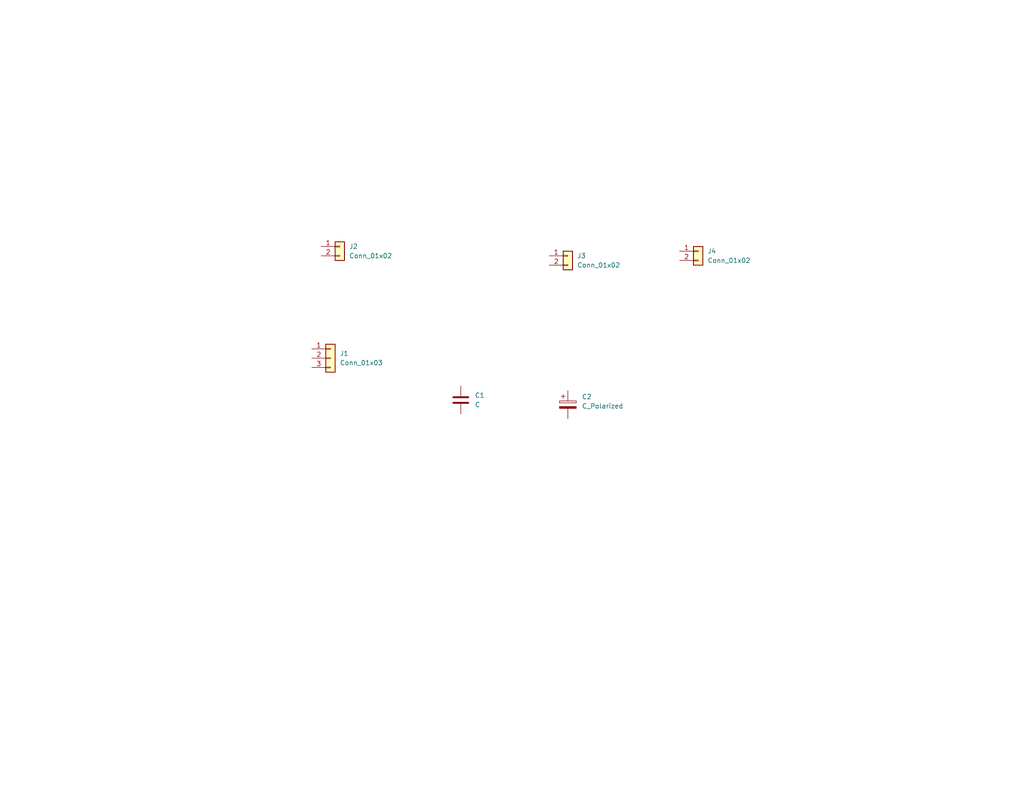
<source format=kicad_sch>
(kicad_sch
	(version 20231120)
	(generator "eeschema")
	(generator_version "8.0")
	(uuid "1e1b062d-fad0-427c-a622-c5b8a80b5268")
	(paper "USLetter")
	(title_block
		(title "Horns Board")
		(date "2022-08-16")
		(rev "0.0")
		(company "Illini Solar Car")
		(comment 1 "Designed By: Michael Turrubiartes")
	)
	(lib_symbols
		(symbol "Connector_Generic:Conn_01x02"
			(pin_names
				(offset 1.016) hide)
			(exclude_from_sim no)
			(in_bom yes)
			(on_board yes)
			(property "Reference" "J"
				(at 0 2.54 0)
				(effects
					(font
						(size 1.27 1.27)
					)
				)
			)
			(property "Value" "Conn_01x02"
				(at 0 -5.08 0)
				(effects
					(font
						(size 1.27 1.27)
					)
				)
			)
			(property "Footprint" ""
				(at 0 0 0)
				(effects
					(font
						(size 1.27 1.27)
					)
					(hide yes)
				)
			)
			(property "Datasheet" "~"
				(at 0 0 0)
				(effects
					(font
						(size 1.27 1.27)
					)
					(hide yes)
				)
			)
			(property "Description" "Generic connector, single row, 01x02, script generated (kicad-library-utils/schlib/autogen/connector/)"
				(at 0 0 0)
				(effects
					(font
						(size 1.27 1.27)
					)
					(hide yes)
				)
			)
			(property "ki_keywords" "connector"
				(at 0 0 0)
				(effects
					(font
						(size 1.27 1.27)
					)
					(hide yes)
				)
			)
			(property "ki_fp_filters" "Connector*:*_1x??_*"
				(at 0 0 0)
				(effects
					(font
						(size 1.27 1.27)
					)
					(hide yes)
				)
			)
			(symbol "Conn_01x02_1_1"
				(rectangle
					(start -1.27 -2.413)
					(end 0 -2.667)
					(stroke
						(width 0.1524)
						(type default)
					)
					(fill
						(type none)
					)
				)
				(rectangle
					(start -1.27 0.127)
					(end 0 -0.127)
					(stroke
						(width 0.1524)
						(type default)
					)
					(fill
						(type none)
					)
				)
				(rectangle
					(start -1.27 1.27)
					(end 1.27 -3.81)
					(stroke
						(width 0.254)
						(type default)
					)
					(fill
						(type background)
					)
				)
				(pin passive line
					(at -5.08 0 0)
					(length 3.81)
					(name "Pin_1"
						(effects
							(font
								(size 1.27 1.27)
							)
						)
					)
					(number "1"
						(effects
							(font
								(size 1.27 1.27)
							)
						)
					)
				)
				(pin passive line
					(at -5.08 -2.54 0)
					(length 3.81)
					(name "Pin_2"
						(effects
							(font
								(size 1.27 1.27)
							)
						)
					)
					(number "2"
						(effects
							(font
								(size 1.27 1.27)
							)
						)
					)
				)
			)
		)
		(symbol "Connector_Generic:Conn_01x03"
			(pin_names
				(offset 1.016) hide)
			(exclude_from_sim no)
			(in_bom yes)
			(on_board yes)
			(property "Reference" "J"
				(at 0 5.08 0)
				(effects
					(font
						(size 1.27 1.27)
					)
				)
			)
			(property "Value" "Conn_01x03"
				(at 0 -5.08 0)
				(effects
					(font
						(size 1.27 1.27)
					)
				)
			)
			(property "Footprint" ""
				(at 0 0 0)
				(effects
					(font
						(size 1.27 1.27)
					)
					(hide yes)
				)
			)
			(property "Datasheet" "~"
				(at 0 0 0)
				(effects
					(font
						(size 1.27 1.27)
					)
					(hide yes)
				)
			)
			(property "Description" "Generic connector, single row, 01x03, script generated (kicad-library-utils/schlib/autogen/connector/)"
				(at 0 0 0)
				(effects
					(font
						(size 1.27 1.27)
					)
					(hide yes)
				)
			)
			(property "ki_keywords" "connector"
				(at 0 0 0)
				(effects
					(font
						(size 1.27 1.27)
					)
					(hide yes)
				)
			)
			(property "ki_fp_filters" "Connector*:*_1x??_*"
				(at 0 0 0)
				(effects
					(font
						(size 1.27 1.27)
					)
					(hide yes)
				)
			)
			(symbol "Conn_01x03_1_1"
				(rectangle
					(start -1.27 -2.413)
					(end 0 -2.667)
					(stroke
						(width 0.1524)
						(type default)
					)
					(fill
						(type none)
					)
				)
				(rectangle
					(start -1.27 0.127)
					(end 0 -0.127)
					(stroke
						(width 0.1524)
						(type default)
					)
					(fill
						(type none)
					)
				)
				(rectangle
					(start -1.27 2.667)
					(end 0 2.413)
					(stroke
						(width 0.1524)
						(type default)
					)
					(fill
						(type none)
					)
				)
				(rectangle
					(start -1.27 3.81)
					(end 1.27 -3.81)
					(stroke
						(width 0.254)
						(type default)
					)
					(fill
						(type background)
					)
				)
				(pin passive line
					(at -5.08 2.54 0)
					(length 3.81)
					(name "Pin_1"
						(effects
							(font
								(size 1.27 1.27)
							)
						)
					)
					(number "1"
						(effects
							(font
								(size 1.27 1.27)
							)
						)
					)
				)
				(pin passive line
					(at -5.08 0 0)
					(length 3.81)
					(name "Pin_2"
						(effects
							(font
								(size 1.27 1.27)
							)
						)
					)
					(number "2"
						(effects
							(font
								(size 1.27 1.27)
							)
						)
					)
				)
				(pin passive line
					(at -5.08 -2.54 0)
					(length 3.81)
					(name "Pin_3"
						(effects
							(font
								(size 1.27 1.27)
							)
						)
					)
					(number "3"
						(effects
							(font
								(size 1.27 1.27)
							)
						)
					)
				)
			)
		)
		(symbol "Device:C"
			(pin_numbers hide)
			(pin_names
				(offset 0.254)
			)
			(exclude_from_sim no)
			(in_bom yes)
			(on_board yes)
			(property "Reference" "C"
				(at 0.635 2.54 0)
				(effects
					(font
						(size 1.27 1.27)
					)
					(justify left)
				)
			)
			(property "Value" "C"
				(at 0.635 -2.54 0)
				(effects
					(font
						(size 1.27 1.27)
					)
					(justify left)
				)
			)
			(property "Footprint" ""
				(at 0.9652 -3.81 0)
				(effects
					(font
						(size 1.27 1.27)
					)
					(hide yes)
				)
			)
			(property "Datasheet" "~"
				(at 0 0 0)
				(effects
					(font
						(size 1.27 1.27)
					)
					(hide yes)
				)
			)
			(property "Description" "Unpolarized capacitor"
				(at 0 0 0)
				(effects
					(font
						(size 1.27 1.27)
					)
					(hide yes)
				)
			)
			(property "ki_keywords" "cap capacitor"
				(at 0 0 0)
				(effects
					(font
						(size 1.27 1.27)
					)
					(hide yes)
				)
			)
			(property "ki_fp_filters" "C_*"
				(at 0 0 0)
				(effects
					(font
						(size 1.27 1.27)
					)
					(hide yes)
				)
			)
			(symbol "C_0_1"
				(polyline
					(pts
						(xy -2.032 -0.762) (xy 2.032 -0.762)
					)
					(stroke
						(width 0.508)
						(type default)
					)
					(fill
						(type none)
					)
				)
				(polyline
					(pts
						(xy -2.032 0.762) (xy 2.032 0.762)
					)
					(stroke
						(width 0.508)
						(type default)
					)
					(fill
						(type none)
					)
				)
			)
			(symbol "C_1_1"
				(pin passive line
					(at 0 3.81 270)
					(length 2.794)
					(name "~"
						(effects
							(font
								(size 1.27 1.27)
							)
						)
					)
					(number "1"
						(effects
							(font
								(size 1.27 1.27)
							)
						)
					)
				)
				(pin passive line
					(at 0 -3.81 90)
					(length 2.794)
					(name "~"
						(effects
							(font
								(size 1.27 1.27)
							)
						)
					)
					(number "2"
						(effects
							(font
								(size 1.27 1.27)
							)
						)
					)
				)
			)
		)
		(symbol "device:C_Polarized"
			(pin_numbers hide)
			(pin_names
				(offset 0.254)
			)
			(exclude_from_sim no)
			(in_bom yes)
			(on_board yes)
			(property "Reference" "C"
				(at 0.635 2.54 0)
				(effects
					(font
						(size 1.27 1.27)
					)
					(justify left)
				)
			)
			(property "Value" "C_Polarized"
				(at 0.635 -2.54 0)
				(effects
					(font
						(size 1.27 1.27)
					)
					(justify left)
				)
			)
			(property "Footprint" ""
				(at 0.9652 -3.81 0)
				(effects
					(font
						(size 1.27 1.27)
					)
					(hide yes)
				)
			)
			(property "Datasheet" "~"
				(at 0 0 0)
				(effects
					(font
						(size 1.27 1.27)
					)
					(hide yes)
				)
			)
			(property "Description" "Polarized capacitor"
				(at 0 0 0)
				(effects
					(font
						(size 1.27 1.27)
					)
					(hide yes)
				)
			)
			(property "ki_keywords" "cap capacitor"
				(at 0 0 0)
				(effects
					(font
						(size 1.27 1.27)
					)
					(hide yes)
				)
			)
			(property "ki_fp_filters" "CP_*"
				(at 0 0 0)
				(effects
					(font
						(size 1.27 1.27)
					)
					(hide yes)
				)
			)
			(symbol "C_Polarized_0_1"
				(rectangle
					(start -2.286 0.508)
					(end 2.286 1.016)
					(stroke
						(width 0)
						(type default)
					)
					(fill
						(type none)
					)
				)
				(polyline
					(pts
						(xy -1.778 2.286) (xy -0.762 2.286)
					)
					(stroke
						(width 0)
						(type default)
					)
					(fill
						(type none)
					)
				)
				(polyline
					(pts
						(xy -1.27 2.794) (xy -1.27 1.778)
					)
					(stroke
						(width 0)
						(type default)
					)
					(fill
						(type none)
					)
				)
				(rectangle
					(start 2.286 -0.508)
					(end -2.286 -1.016)
					(stroke
						(width 0)
						(type default)
					)
					(fill
						(type outline)
					)
				)
			)
			(symbol "C_Polarized_1_1"
				(pin passive line
					(at 0 3.81 270)
					(length 2.794)
					(name "~"
						(effects
							(font
								(size 1.27 1.27)
							)
						)
					)
					(number "1"
						(effects
							(font
								(size 1.27 1.27)
							)
						)
					)
				)
				(pin passive line
					(at 0 -3.81 90)
					(length 2.794)
					(name "~"
						(effects
							(font
								(size 1.27 1.27)
							)
						)
					)
					(number "2"
						(effects
							(font
								(size 1.27 1.27)
							)
						)
					)
				)
			)
		)
	)
	(symbol
		(lib_id "device:C_Polarized")
		(at 154.94 110.49 0)
		(unit 1)
		(exclude_from_sim no)
		(in_bom yes)
		(on_board yes)
		(dnp no)
		(fields_autoplaced yes)
		(uuid "0ec144cc-69b0-4bc2-9666-f1722061cefb")
		(property "Reference" "C2"
			(at 158.75 108.3309 0)
			(effects
				(font
					(size 1.27 1.27)
				)
				(justify left)
			)
		)
		(property "Value" "C_Polarized"
			(at 158.75 110.8709 0)
			(effects
				(font
					(size 1.27 1.27)
				)
				(justify left)
			)
		)
		(property "Footprint" ""
			(at 155.9052 114.3 0)
			(effects
				(font
					(size 1.27 1.27)
				)
				(hide yes)
			)
		)
		(property "Datasheet" "~"
			(at 154.94 110.49 0)
			(effects
				(font
					(size 1.27 1.27)
				)
				(hide yes)
			)
		)
		(property "Description" "Polarized capacitor"
			(at 154.94 110.49 0)
			(effects
				(font
					(size 1.27 1.27)
				)
				(hide yes)
			)
		)
		(pin "2"
			(uuid "ad2c51e0-7b42-4c2c-98f2-564307d4fe63")
		)
		(pin "1"
			(uuid "d16f5409-894f-46b7-a733-027ca6d8e591")
		)
		(instances
			(project ""
				(path "/1e1b062d-fad0-427c-a622-c5b8a80b5268"
					(reference "C2")
					(unit 1)
				)
			)
		)
	)
	(symbol
		(lib_id "Connector_Generic:Conn_01x03")
		(at 90.17 97.79 0)
		(unit 1)
		(exclude_from_sim no)
		(in_bom yes)
		(on_board yes)
		(dnp no)
		(fields_autoplaced yes)
		(uuid "41760df2-7d07-416b-92bd-09a091d80ac0")
		(property "Reference" "J1"
			(at 92.71 96.5199 0)
			(effects
				(font
					(size 1.27 1.27)
				)
				(justify left)
			)
		)
		(property "Value" "Conn_01x03"
			(at 92.71 99.0599 0)
			(effects
				(font
					(size 1.27 1.27)
				)
				(justify left)
			)
		)
		(property "Footprint" ""
			(at 90.17 97.79 0)
			(effects
				(font
					(size 1.27 1.27)
				)
				(hide yes)
			)
		)
		(property "Datasheet" "~"
			(at 90.17 97.79 0)
			(effects
				(font
					(size 1.27 1.27)
				)
				(hide yes)
			)
		)
		(property "Description" "Generic connector, single row, 01x03, script generated (kicad-library-utils/schlib/autogen/connector/)"
			(at 90.17 97.79 0)
			(effects
				(font
					(size 1.27 1.27)
				)
				(hide yes)
			)
		)
		(pin "1"
			(uuid "96671c3d-dd6c-4e4f-84b9-4eb60e37cbfb")
		)
		(pin "2"
			(uuid "94b81267-8d24-4105-96a9-5b3eb4321fb5")
		)
		(pin "3"
			(uuid "11ee4494-43ed-4f6b-993a-73ee96779b5e")
		)
		(instances
			(project ""
				(path "/1e1b062d-fad0-427c-a622-c5b8a80b5268"
					(reference "J1")
					(unit 1)
				)
			)
		)
	)
	(symbol
		(lib_id "Device:C")
		(at 125.73 109.22 0)
		(unit 1)
		(exclude_from_sim no)
		(in_bom yes)
		(on_board yes)
		(dnp no)
		(fields_autoplaced yes)
		(uuid "73b21c8f-aff9-48b9-9b5c-823bc564cf78")
		(property "Reference" "C1"
			(at 129.54 107.9499 0)
			(effects
				(font
					(size 1.27 1.27)
				)
				(justify left)
			)
		)
		(property "Value" "C"
			(at 129.54 110.4899 0)
			(effects
				(font
					(size 1.27 1.27)
				)
				(justify left)
			)
		)
		(property "Footprint" ""
			(at 126.6952 113.03 0)
			(effects
				(font
					(size 1.27 1.27)
				)
				(hide yes)
			)
		)
		(property "Datasheet" "~"
			(at 125.73 109.22 0)
			(effects
				(font
					(size 1.27 1.27)
				)
				(hide yes)
			)
		)
		(property "Description" "Unpolarized capacitor"
			(at 125.73 109.22 0)
			(effects
				(font
					(size 1.27 1.27)
				)
				(hide yes)
			)
		)
		(pin "1"
			(uuid "5569ebdc-4c74-4264-9923-15ae8d023bd1")
		)
		(pin "2"
			(uuid "68d016e2-ca33-4710-ae50-15ca17eb5128")
		)
		(instances
			(project ""
				(path "/1e1b062d-fad0-427c-a622-c5b8a80b5268"
					(reference "C1")
					(unit 1)
				)
			)
		)
	)
	(symbol
		(lib_id "Connector_Generic:Conn_01x02")
		(at 154.94 69.85 0)
		(unit 1)
		(exclude_from_sim no)
		(in_bom yes)
		(on_board yes)
		(dnp no)
		(fields_autoplaced yes)
		(uuid "a182b787-36af-4e4a-9865-a1fb6f478ce6")
		(property "Reference" "J3"
			(at 157.48 69.8499 0)
			(effects
				(font
					(size 1.27 1.27)
				)
				(justify left)
			)
		)
		(property "Value" "Conn_01x02"
			(at 157.48 72.3899 0)
			(effects
				(font
					(size 1.27 1.27)
				)
				(justify left)
			)
		)
		(property "Footprint" ""
			(at 154.94 69.85 0)
			(effects
				(font
					(size 1.27 1.27)
				)
				(hide yes)
			)
		)
		(property "Datasheet" "~"
			(at 154.94 69.85 0)
			(effects
				(font
					(size 1.27 1.27)
				)
				(hide yes)
			)
		)
		(property "Description" "Generic connector, single row, 01x02, script generated (kicad-library-utils/schlib/autogen/connector/)"
			(at 154.94 69.85 0)
			(effects
				(font
					(size 1.27 1.27)
				)
				(hide yes)
			)
		)
		(pin "2"
			(uuid "9a80b685-1ffa-4598-910d-e3f99d41b8aa")
		)
		(pin "1"
			(uuid "d98c4944-4412-46bc-916e-991f41430ce5")
		)
		(instances
			(project "prog2"
				(path "/1e1b062d-fad0-427c-a622-c5b8a80b5268"
					(reference "J3")
					(unit 1)
				)
			)
		)
	)
	(symbol
		(lib_id "Connector_Generic:Conn_01x02")
		(at 92.71 67.31 0)
		(unit 1)
		(exclude_from_sim no)
		(in_bom yes)
		(on_board yes)
		(dnp no)
		(fields_autoplaced yes)
		(uuid "a864487e-57bc-4c2e-bdc1-d101a4417626")
		(property "Reference" "J2"
			(at 95.25 67.3099 0)
			(effects
				(font
					(size 1.27 1.27)
				)
				(justify left)
			)
		)
		(property "Value" "Conn_01x02"
			(at 95.25 69.8499 0)
			(effects
				(font
					(size 1.27 1.27)
				)
				(justify left)
			)
		)
		(property "Footprint" ""
			(at 92.71 67.31 0)
			(effects
				(font
					(size 1.27 1.27)
				)
				(hide yes)
			)
		)
		(property "Datasheet" "~"
			(at 92.71 67.31 0)
			(effects
				(font
					(size 1.27 1.27)
				)
				(hide yes)
			)
		)
		(property "Description" "Generic connector, single row, 01x02, script generated (kicad-library-utils/schlib/autogen/connector/)"
			(at 92.71 67.31 0)
			(effects
				(font
					(size 1.27 1.27)
				)
				(hide yes)
			)
		)
		(pin "2"
			(uuid "25bd3391-dd44-430e-b0fc-978e7043de18")
		)
		(pin "1"
			(uuid "c3743a14-7031-444b-9f9d-2ea610c45e4c")
		)
		(instances
			(project ""
				(path "/1e1b062d-fad0-427c-a622-c5b8a80b5268"
					(reference "J2")
					(unit 1)
				)
			)
		)
	)
	(symbol
		(lib_id "Connector_Generic:Conn_01x02")
		(at 190.5 68.58 0)
		(unit 1)
		(exclude_from_sim no)
		(in_bom yes)
		(on_board yes)
		(dnp no)
		(fields_autoplaced yes)
		(uuid "c540f329-faf7-43c8-b781-b6c3851a404f")
		(property "Reference" "J4"
			(at 193.04 68.5799 0)
			(effects
				(font
					(size 1.27 1.27)
				)
				(justify left)
			)
		)
		(property "Value" "Conn_01x02"
			(at 193.04 71.1199 0)
			(effects
				(font
					(size 1.27 1.27)
				)
				(justify left)
			)
		)
		(property "Footprint" ""
			(at 190.5 68.58 0)
			(effects
				(font
					(size 1.27 1.27)
				)
				(hide yes)
			)
		)
		(property "Datasheet" "~"
			(at 190.5 68.58 0)
			(effects
				(font
					(size 1.27 1.27)
				)
				(hide yes)
			)
		)
		(property "Description" "Generic connector, single row, 01x02, script generated (kicad-library-utils/schlib/autogen/connector/)"
			(at 190.5 68.58 0)
			(effects
				(font
					(size 1.27 1.27)
				)
				(hide yes)
			)
		)
		(pin "2"
			(uuid "4ee2644e-288c-4e2e-88a9-b66836aa32ce")
		)
		(pin "1"
			(uuid "0cd7bd6f-8b93-49e1-bc36-e358fadfa1f3")
		)
		(instances
			(project "prog2"
				(path "/1e1b062d-fad0-427c-a622-c5b8a80b5268"
					(reference "J4")
					(unit 1)
				)
			)
		)
	)
	(sheet_instances
		(path "/"
			(page "1")
		)
	)
)

</source>
